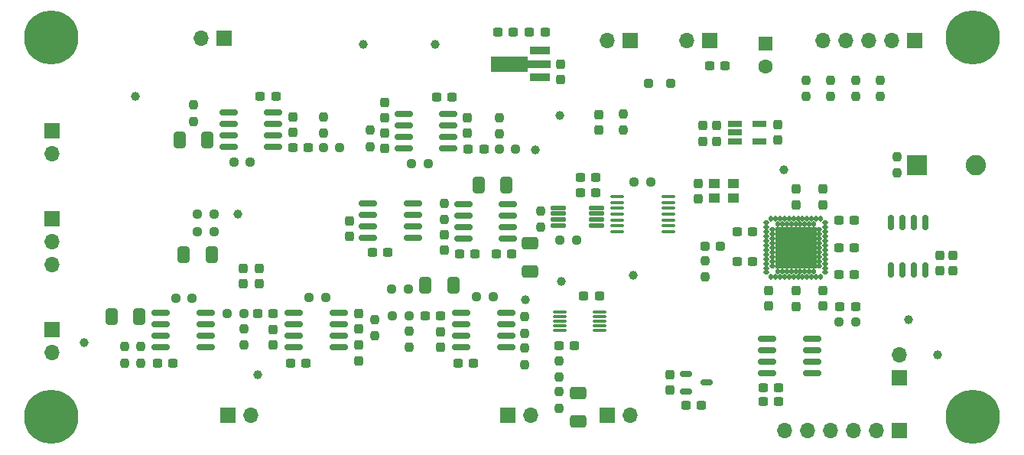
<source format=gts>
G04 #@! TF.GenerationSoftware,KiCad,Pcbnew,8.0.8*
G04 #@! TF.CreationDate,2025-01-31T08:36:52-06:00*
G04 #@! TF.ProjectId,delay_pedal,64656c61-795f-4706-9564-616c2e6b6963,rev?*
G04 #@! TF.SameCoordinates,Original*
G04 #@! TF.FileFunction,Soldermask,Top*
G04 #@! TF.FilePolarity,Negative*
%FSLAX46Y46*%
G04 Gerber Fmt 4.6, Leading zero omitted, Abs format (unit mm)*
G04 Created by KiCad (PCBNEW 8.0.8) date 2025-01-31 08:36:52*
%MOMM*%
%LPD*%
G01*
G04 APERTURE LIST*
G04 Aperture macros list*
%AMRoundRect*
0 Rectangle with rounded corners*
0 $1 Rounding radius*
0 $2 $3 $4 $5 $6 $7 $8 $9 X,Y pos of 4 corners*
0 Add a 4 corners polygon primitive as box body*
4,1,4,$2,$3,$4,$5,$6,$7,$8,$9,$2,$3,0*
0 Add four circle primitives for the rounded corners*
1,1,$1+$1,$2,$3*
1,1,$1+$1,$4,$5*
1,1,$1+$1,$6,$7*
1,1,$1+$1,$8,$9*
0 Add four rect primitives between the rounded corners*
20,1,$1+$1,$2,$3,$4,$5,0*
20,1,$1+$1,$4,$5,$6,$7,0*
20,1,$1+$1,$6,$7,$8,$9,0*
20,1,$1+$1,$8,$9,$2,$3,0*%
%AMFreePoly0*
4,1,9,5.362500,-0.866500,1.237500,-0.866500,1.237500,-0.450000,-1.237500,-0.450000,-1.237500,0.450000,1.237500,0.450000,1.237500,0.866500,5.362500,0.866500,5.362500,-0.866500,5.362500,-0.866500,$1*%
G04 Aperture macros list end*
%ADD10C,1.000000*%
%ADD11RoundRect,0.237500X-0.237500X0.250000X-0.237500X-0.250000X0.237500X-0.250000X0.237500X0.250000X0*%
%ADD12RoundRect,0.237500X-0.237500X0.300000X-0.237500X-0.300000X0.237500X-0.300000X0.237500X0.300000X0*%
%ADD13RoundRect,0.237500X0.300000X0.237500X-0.300000X0.237500X-0.300000X-0.237500X0.300000X-0.237500X0*%
%ADD14RoundRect,0.237500X0.237500X-0.300000X0.237500X0.300000X-0.237500X0.300000X-0.237500X-0.300000X0*%
%ADD15RoundRect,0.237500X0.237500X-0.250000X0.237500X0.250000X-0.237500X0.250000X-0.237500X-0.250000X0*%
%ADD16C,6.000000*%
%ADD17RoundRect,0.237500X-0.250000X-0.237500X0.250000X-0.237500X0.250000X0.237500X-0.250000X0.237500X0*%
%ADD18RoundRect,0.237500X-0.237500X0.287500X-0.237500X-0.287500X0.237500X-0.287500X0.237500X0.287500X0*%
%ADD19R,1.700000X1.700000*%
%ADD20O,1.700000X1.700000*%
%ADD21RoundRect,0.150000X-0.825000X-0.150000X0.825000X-0.150000X0.825000X0.150000X-0.825000X0.150000X0*%
%ADD22RoundRect,0.125000X-0.687500X-0.125000X0.687500X-0.125000X0.687500X0.125000X-0.687500X0.125000X0*%
%ADD23RoundRect,0.237500X-0.287500X-0.237500X0.287500X-0.237500X0.287500X0.237500X-0.287500X0.237500X0*%
%ADD24RoundRect,0.237500X0.250000X0.237500X-0.250000X0.237500X-0.250000X-0.237500X0.250000X-0.237500X0*%
%ADD25RoundRect,0.237500X-0.300000X-0.237500X0.300000X-0.237500X0.300000X0.237500X-0.300000X0.237500X0*%
%ADD26RoundRect,0.237500X0.237500X-0.287500X0.237500X0.287500X-0.237500X0.287500X-0.237500X-0.287500X0*%
%ADD27R,2.250000X2.250000*%
%ADD28C,2.250000*%
%ADD29R,2.300000X0.900000*%
%ADD30FreePoly0,180.000000*%
%ADD31RoundRect,0.075000X-0.650000X-0.075000X0.650000X-0.075000X0.650000X0.075000X-0.650000X0.075000X0*%
%ADD32RoundRect,0.150000X0.825000X0.150000X-0.825000X0.150000X-0.825000X-0.150000X0.825000X-0.150000X0*%
%ADD33R,1.560000X0.650000*%
%ADD34RoundRect,0.250000X0.412500X0.650000X-0.412500X0.650000X-0.412500X-0.650000X0.412500X-0.650000X0*%
%ADD35RoundRect,0.102000X-2.200000X-2.200000X2.200000X-2.200000X2.200000X2.200000X-2.200000X2.200000X0*%
%ADD36RoundRect,0.102000X-0.200000X-0.110000X0.200000X-0.110000X0.200000X0.110000X-0.200000X0.110000X0*%
%ADD37RoundRect,0.102000X-0.110000X-0.200000X0.110000X-0.200000X0.110000X0.200000X-0.110000X0.200000X0*%
%ADD38RoundRect,0.250000X0.250000X0.250000X-0.250000X0.250000X-0.250000X-0.250000X0.250000X-0.250000X0*%
%ADD39R,1.600000X1.600000*%
%ADD40C,1.600000*%
%ADD41RoundRect,0.250000X-0.650000X0.412500X-0.650000X-0.412500X0.650000X-0.412500X0.650000X0.412500X0*%
%ADD42RoundRect,0.250000X-0.412500X-0.650000X0.412500X-0.650000X0.412500X0.650000X-0.412500X0.650000X0*%
%ADD43RoundRect,0.150000X0.150000X-0.675000X0.150000X0.675000X-0.150000X0.675000X-0.150000X-0.675000X0*%
%ADD44RoundRect,0.150000X-0.512500X-0.150000X0.512500X-0.150000X0.512500X0.150000X-0.512500X0.150000X0*%
%ADD45RoundRect,0.100000X0.637500X0.100000X-0.637500X0.100000X-0.637500X-0.100000X0.637500X-0.100000X0*%
%ADD46RoundRect,0.250000X0.650000X-0.412500X0.650000X0.412500X-0.650000X0.412500X-0.650000X-0.412500X0*%
%ADD47R,1.300000X1.100000*%
G04 APERTURE END LIST*
D10*
X119564214Y-98439214D03*
D11*
X155087500Y-118125000D03*
X155087500Y-119950000D03*
D12*
X170500000Y-95037500D03*
X170500000Y-96762500D03*
D13*
X112364214Y-114929214D03*
X110639214Y-114929214D03*
D14*
X135764214Y-87794214D03*
X135764214Y-86069214D03*
D15*
X120201714Y-112929214D03*
X120201714Y-111104214D03*
D16*
X98914214Y-78914214D03*
D17*
X136575000Y-106700000D03*
X138400000Y-106700000D03*
D10*
X155200000Y-87500000D03*
X155400000Y-105900000D03*
D12*
X171064214Y-88639214D03*
X171064214Y-90364214D03*
D18*
X120164214Y-104414214D03*
X120164214Y-106164214D03*
D12*
X167414214Y-116189214D03*
X167414214Y-117914214D03*
D19*
X99000000Y-89210000D03*
D20*
X99000000Y-91750000D03*
D10*
X197000000Y-114000000D03*
D21*
X144514214Y-97319214D03*
X144514214Y-98589214D03*
X144514214Y-99859214D03*
X144514214Y-101129214D03*
X149464214Y-101129214D03*
X149464214Y-99859214D03*
X149464214Y-98589214D03*
X149464214Y-97319214D03*
D11*
X171250000Y-103587500D03*
X171250000Y-105412500D03*
D22*
X155026714Y-97729214D03*
X155026714Y-98379214D03*
X155026714Y-99029214D03*
X155026714Y-99679214D03*
X159251714Y-99679214D03*
X159251714Y-99029214D03*
X159251714Y-98379214D03*
X159251714Y-97729214D03*
D23*
X171250000Y-102000000D03*
X173000000Y-102000000D03*
D15*
X142414214Y-99071714D03*
X142414214Y-97246714D03*
D17*
X145976714Y-107629214D03*
X147801714Y-107629214D03*
D19*
X171750000Y-79250000D03*
D20*
X169210000Y-79250000D03*
D24*
X120201714Y-109429214D03*
X118376714Y-109429214D03*
D25*
X140251714Y-109684214D03*
X141976714Y-109684214D03*
D26*
X159500000Y-89162500D03*
X159500000Y-87412500D03*
D14*
X135764214Y-91194214D03*
X135764214Y-89469214D03*
D11*
X192500000Y-92087500D03*
X192500000Y-93912500D03*
D19*
X192800000Y-122400000D03*
D20*
X190260000Y-122400000D03*
X187720000Y-122400000D03*
X185180000Y-122400000D03*
X182640000Y-122400000D03*
X180100000Y-122400000D03*
D11*
X155100000Y-114675000D03*
X155100000Y-116500000D03*
D17*
X148464214Y-91269214D03*
X150289214Y-91269214D03*
D27*
X194750000Y-93000000D03*
D28*
X201250000Y-93000000D03*
D13*
X145826714Y-102879214D03*
X144101714Y-102879214D03*
D15*
X187914214Y-85414214D03*
X187914214Y-83589214D03*
D12*
X178314214Y-106914214D03*
X178314214Y-108639214D03*
X131914214Y-99189214D03*
X131914214Y-100914214D03*
D13*
X149876714Y-102829214D03*
X148151714Y-102829214D03*
D21*
X178150000Y-112260000D03*
X178150000Y-113530000D03*
X178150000Y-114800000D03*
X178150000Y-116070000D03*
X183100000Y-116070000D03*
X183100000Y-114800000D03*
X183100000Y-113530000D03*
X183100000Y-112260000D03*
D17*
X163425000Y-94914214D03*
X165250000Y-94914214D03*
D11*
X107014214Y-113124214D03*
X107014214Y-114949214D03*
D15*
X114614214Y-88176714D03*
X114614214Y-86351714D03*
D24*
X116914214Y-100414214D03*
X115089214Y-100414214D03*
D25*
X155076714Y-113029214D03*
X156801714Y-113029214D03*
X169137500Y-119600000D03*
X170862500Y-119600000D03*
D10*
X108164214Y-85414214D03*
D12*
X184314214Y-106914214D03*
X184314214Y-108639214D03*
X123451714Y-111204214D03*
X123451714Y-112929214D03*
D29*
X152964214Y-83314214D03*
D30*
X152876714Y-81814214D03*
D29*
X152964214Y-80314214D03*
D24*
X157012500Y-101300000D03*
X155187500Y-101300000D03*
D31*
X155151714Y-109279214D03*
X155151714Y-109779214D03*
X155151714Y-110279214D03*
X155151714Y-110779214D03*
X155151714Y-111279214D03*
X159551714Y-111279214D03*
X159551714Y-110779214D03*
X159551714Y-110279214D03*
X159551714Y-109779214D03*
X159551714Y-109279214D03*
D26*
X121914214Y-106164214D03*
X121914214Y-104414214D03*
D11*
X153100000Y-98075000D03*
X153100000Y-99900000D03*
D13*
X150039214Y-78314214D03*
X148314214Y-78314214D03*
D12*
X198750000Y-103000000D03*
X198750000Y-104725000D03*
D25*
X157475000Y-94350000D03*
X159200000Y-94350000D03*
D32*
X142839214Y-91174214D03*
X142839214Y-89904214D03*
X142839214Y-88634214D03*
X142839214Y-87364214D03*
X137889214Y-87364214D03*
X137889214Y-88634214D03*
X137889214Y-89904214D03*
X137889214Y-91174214D03*
D17*
X119114214Y-92664214D03*
X120939214Y-92664214D03*
D13*
X146789214Y-91269214D03*
X145064214Y-91269214D03*
D10*
X133414214Y-79664214D03*
D33*
X174564214Y-88464214D03*
X174564214Y-89414214D03*
X174564214Y-90364214D03*
X177264214Y-90364214D03*
X177264214Y-88464214D03*
D19*
X99000000Y-111230000D03*
D20*
X99000000Y-113770000D03*
D34*
X116200000Y-90200000D03*
X113075000Y-90200000D03*
D12*
X181314214Y-106939214D03*
X181314214Y-108664214D03*
D14*
X125614214Y-89426714D03*
X125614214Y-87701714D03*
D32*
X123464214Y-90974214D03*
X123464214Y-89704214D03*
X123464214Y-88434214D03*
X123464214Y-87164214D03*
X118514214Y-87164214D03*
X118514214Y-88434214D03*
X118514214Y-89704214D03*
X118514214Y-90974214D03*
D10*
X141414214Y-79664214D03*
D19*
X118000000Y-79000000D03*
D20*
X115460000Y-79000000D03*
D17*
X115089214Y-98414214D03*
X116914214Y-98414214D03*
D35*
X181314214Y-102164214D03*
D36*
X178064214Y-99414214D03*
X178064214Y-99914214D03*
X178064214Y-100414214D03*
X178064214Y-100914214D03*
X178064214Y-101414214D03*
X178064214Y-101914214D03*
X178064214Y-102414214D03*
X178064214Y-102914214D03*
X178064214Y-103414214D03*
X178064214Y-103914214D03*
X178064214Y-104414214D03*
X178064214Y-104914214D03*
D37*
X178564214Y-105414214D03*
X179064214Y-105414214D03*
X179564214Y-105414214D03*
X180064214Y-105414214D03*
X180564214Y-105414214D03*
X181064214Y-105414214D03*
X181564214Y-105414214D03*
X182064214Y-105414214D03*
X182564214Y-105414214D03*
X183064214Y-105414214D03*
X183564214Y-105414214D03*
X184064214Y-105414214D03*
D36*
X184564214Y-104914214D03*
X184564214Y-104414214D03*
X184564214Y-103914214D03*
X184564214Y-103414214D03*
X184564214Y-102914214D03*
X184564214Y-102414214D03*
X184564214Y-101914214D03*
X184564214Y-101414214D03*
X184564214Y-100914214D03*
X184564214Y-100414214D03*
X184564214Y-99914214D03*
X184564214Y-99414214D03*
D37*
X184064214Y-98914214D03*
X183564214Y-98914214D03*
X183064214Y-98914214D03*
X182564214Y-98914214D03*
X182064214Y-98914214D03*
X181564214Y-98914214D03*
X181064214Y-98914214D03*
X180564214Y-98914214D03*
X180064214Y-98914214D03*
X179564214Y-98914214D03*
X179064214Y-98914214D03*
X178564214Y-98914214D03*
D36*
X178714214Y-100164214D03*
X178714214Y-100664214D03*
X178714214Y-101164214D03*
X178714214Y-101664214D03*
X178714214Y-102164214D03*
X178714214Y-102664214D03*
X178714214Y-103164214D03*
X178714214Y-103664214D03*
X178714214Y-104164214D03*
D37*
X179314214Y-104764214D03*
X179814214Y-104764214D03*
X180314214Y-104764214D03*
X180814214Y-104764214D03*
X181314214Y-104764214D03*
X181814214Y-104764214D03*
X182314214Y-104764214D03*
X182814214Y-104764214D03*
X183314214Y-104764214D03*
D36*
X183914214Y-104164214D03*
X183914214Y-103664214D03*
X183914214Y-103164214D03*
X183914214Y-102664214D03*
X183914214Y-102164214D03*
X183914214Y-101664214D03*
X183914214Y-101164214D03*
X183914214Y-100664214D03*
X183914214Y-100164214D03*
D37*
X183314214Y-99564214D03*
X182814214Y-99564214D03*
X182314214Y-99564214D03*
X181814214Y-99564214D03*
X181314214Y-99564214D03*
X180814214Y-99564214D03*
X180314214Y-99564214D03*
X179814214Y-99564214D03*
X179314214Y-99564214D03*
D16*
X200914214Y-120914214D03*
D21*
X133964214Y-97259214D03*
X133964214Y-98529214D03*
X133964214Y-99799214D03*
X133964214Y-101069214D03*
X138914214Y-101069214D03*
X138914214Y-99799214D03*
X138914214Y-98529214D03*
X138914214Y-97259214D03*
D12*
X141976714Y-111459214D03*
X141976714Y-113184214D03*
D19*
X99000000Y-98920000D03*
D20*
X99000000Y-101460000D03*
X99000000Y-104000000D03*
D19*
X192800000Y-116575000D03*
D20*
X192800000Y-114035000D03*
D38*
X167500000Y-84000000D03*
X165000000Y-84000000D03*
D12*
X132951714Y-112954214D03*
X132951714Y-114679214D03*
D15*
X162250000Y-89162500D03*
X162250000Y-87337500D03*
D24*
X138476714Y-109684214D03*
X136651714Y-109684214D03*
D12*
X172564214Y-88639214D03*
X172564214Y-90364214D03*
D25*
X157475000Y-96100000D03*
X159200000Y-96100000D03*
D15*
X182414214Y-85414214D03*
X182414214Y-83589214D03*
D14*
X144964214Y-89494214D03*
X144964214Y-87769214D03*
D39*
X178000000Y-79567621D03*
D40*
X178000000Y-82067621D03*
D15*
X108826714Y-114936714D03*
X108826714Y-113111714D03*
D13*
X127114214Y-114929214D03*
X125389214Y-114929214D03*
D25*
X186189214Y-108664214D03*
X187914214Y-108664214D03*
X141564214Y-85500000D03*
X143289214Y-85500000D03*
X186089214Y-105164214D03*
X187814214Y-105164214D03*
D21*
X144276714Y-109374214D03*
X144276714Y-110644214D03*
X144276714Y-111914214D03*
X144276714Y-113184214D03*
X149226714Y-113184214D03*
X149226714Y-111914214D03*
X149226714Y-110644214D03*
X149226714Y-109374214D03*
D25*
X121726714Y-109429214D03*
X123451714Y-109429214D03*
D14*
X155314214Y-83539214D03*
X155314214Y-81814214D03*
D12*
X142414214Y-100734214D03*
X142414214Y-102459214D03*
D41*
X157200000Y-118237500D03*
X157200000Y-121362500D03*
D10*
X152500000Y-91300000D03*
D11*
X129014214Y-87651714D03*
X129014214Y-89476714D03*
D17*
X129014214Y-91064214D03*
X130839214Y-91064214D03*
D15*
X185164214Y-85414214D03*
X185164214Y-83589214D03*
D17*
X138764214Y-92869214D03*
X140589214Y-92869214D03*
D24*
X114476714Y-107724214D03*
X112651714Y-107724214D03*
D25*
X122014214Y-85414214D03*
X123739214Y-85414214D03*
D42*
X146175000Y-95200000D03*
X149300000Y-95200000D03*
D34*
X143400000Y-106300000D03*
X140275000Y-106300000D03*
D17*
X186089214Y-110414214D03*
X187914214Y-110414214D03*
D11*
X134164214Y-89169214D03*
X134164214Y-90994214D03*
D43*
X191845000Y-104625000D03*
X193115000Y-104625000D03*
X194385000Y-104625000D03*
X195655000Y-104625000D03*
X195655000Y-99375000D03*
X194385000Y-99375000D03*
X193115000Y-99375000D03*
X191845000Y-99375000D03*
D16*
X98914214Y-120914214D03*
D34*
X116700000Y-102900000D03*
X113575000Y-102900000D03*
D13*
X179400000Y-119165000D03*
X177675000Y-119165000D03*
D19*
X194500000Y-79250000D03*
D20*
X191960000Y-79250000D03*
X189420000Y-79250000D03*
X186880000Y-79250000D03*
X184340000Y-79250000D03*
D44*
X169162500Y-116150000D03*
X169162500Y-118050000D03*
X171437500Y-117100000D03*
D19*
X118460000Y-120750000D03*
D20*
X121000000Y-120750000D03*
D21*
X125751714Y-109369214D03*
X125751714Y-110639214D03*
X125751714Y-111909214D03*
X125751714Y-113179214D03*
X130701714Y-113179214D03*
X130701714Y-111909214D03*
X130701714Y-110639214D03*
X130701714Y-109369214D03*
D10*
X180000000Y-93500000D03*
D15*
X190664214Y-85414214D03*
X190664214Y-83589214D03*
D13*
X136164214Y-102664214D03*
X134439214Y-102664214D03*
D25*
X186064214Y-102164214D03*
X187789214Y-102164214D03*
D13*
X176564214Y-100414214D03*
X174839214Y-100414214D03*
D12*
X132951714Y-109454214D03*
X132951714Y-111179214D03*
D10*
X193800000Y-110100000D03*
D15*
X138476714Y-113184214D03*
X138476714Y-111359214D03*
D12*
X197250000Y-103000000D03*
X197250000Y-104725000D03*
D10*
X151400000Y-107900000D03*
D13*
X159551714Y-107529214D03*
X157826714Y-107529214D03*
X153539214Y-78314214D03*
X151814214Y-78314214D03*
D19*
X160460000Y-120700000D03*
D20*
X163000000Y-120700000D03*
D13*
X127339214Y-91064214D03*
X125614214Y-91064214D03*
D12*
X179314214Y-88501714D03*
X179314214Y-90226714D03*
D10*
X163300000Y-105200000D03*
D16*
X200914214Y-78914214D03*
D10*
X121750000Y-116250000D03*
D13*
X179400000Y-117665000D03*
X177675000Y-117665000D03*
D21*
X111001714Y-109369214D03*
X111001714Y-110639214D03*
X111001714Y-111909214D03*
X111001714Y-113179214D03*
X115951714Y-113179214D03*
X115951714Y-111909214D03*
X115951714Y-110639214D03*
X115951714Y-109369214D03*
D13*
X176564214Y-103664214D03*
X174839214Y-103664214D03*
X145639214Y-114934214D03*
X143914214Y-114934214D03*
D42*
X105537500Y-109800000D03*
X108662500Y-109800000D03*
D24*
X129251714Y-107679214D03*
X127426714Y-107679214D03*
D25*
X186089214Y-99164214D03*
X187814214Y-99164214D03*
X171775000Y-82000000D03*
X173500000Y-82000000D03*
D14*
X184314214Y-97414214D03*
X184314214Y-95689214D03*
D11*
X148464214Y-87769214D03*
X148464214Y-89594214D03*
X151301714Y-109804214D03*
X151301714Y-111629214D03*
D19*
X149460000Y-120710000D03*
D20*
X152000000Y-120710000D03*
D45*
X167251714Y-100404214D03*
X167251714Y-99754214D03*
X167251714Y-99104214D03*
X167251714Y-98454214D03*
X167251714Y-97804214D03*
X167251714Y-97154214D03*
X167251714Y-96504214D03*
X161526714Y-96504214D03*
X161526714Y-97154214D03*
X161526714Y-97804214D03*
X161526714Y-98454214D03*
X161526714Y-99104214D03*
X161526714Y-99754214D03*
X161526714Y-100404214D03*
D19*
X163000000Y-79250000D03*
D20*
X160460000Y-79250000D03*
D15*
X134701714Y-111929214D03*
X134701714Y-110104214D03*
D14*
X181314214Y-97414214D03*
X181314214Y-95689214D03*
D46*
X151900000Y-104762500D03*
X151900000Y-101637500D03*
D10*
X102500000Y-112700000D03*
D11*
X151300000Y-113275000D03*
X151300000Y-115100000D03*
D47*
X172300000Y-96700000D03*
X174400000Y-96700000D03*
X174400000Y-95050000D03*
X172300000Y-95050000D03*
M02*

</source>
